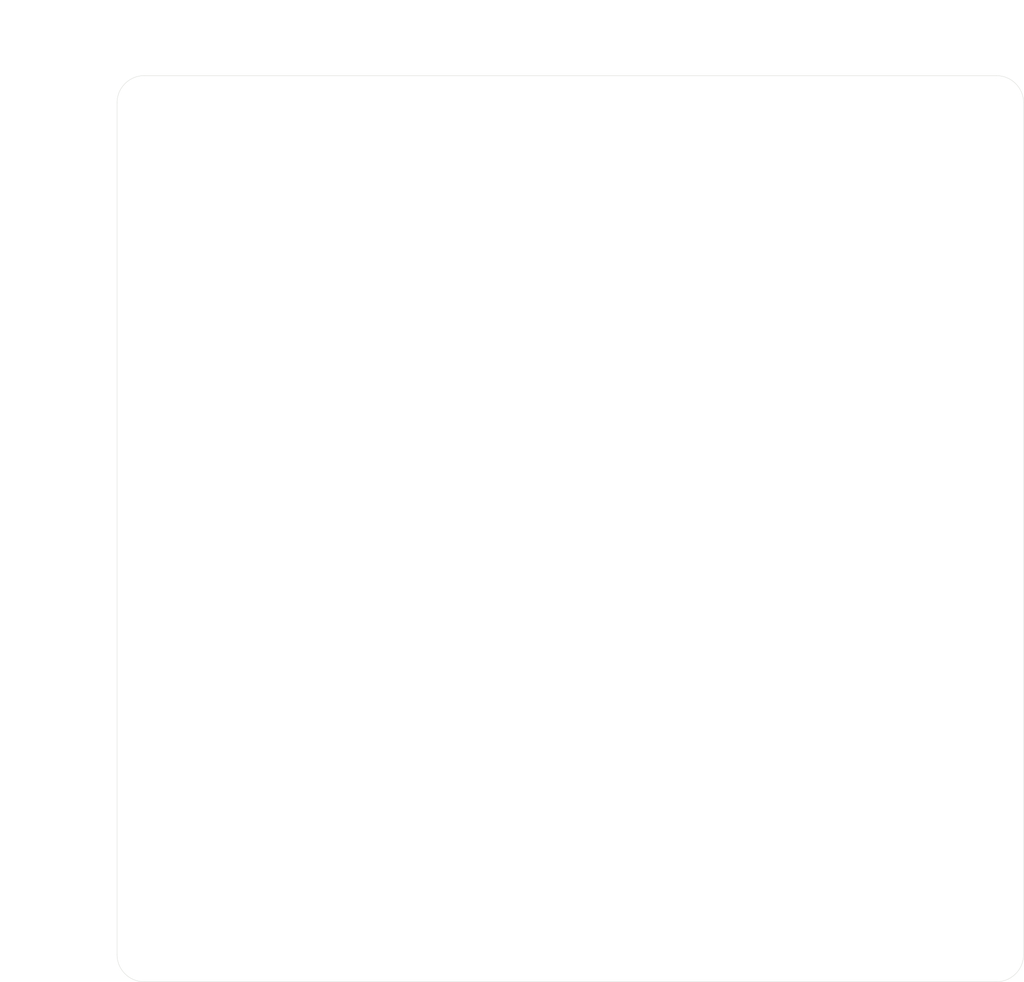
<source format=kicad_pcb>
(kicad_pcb (version 20221018) (generator pcbnew)

  (general
    (thickness 0.57)
  )

  (paper "USLetter")
  (title_block
    (rev "1")
  )

  (layers
    (0 "F.Cu" signal "Front")
    (31 "B.Cu" signal "Back")
    (34 "B.Paste" user)
    (35 "F.Paste" user)
    (36 "B.SilkS" user "B.Silkscreen")
    (37 "F.SilkS" user "F.Silkscreen")
    (38 "B.Mask" user)
    (39 "F.Mask" user)
    (44 "Edge.Cuts" user)
    (45 "Margin" user)
    (46 "B.CrtYd" user "B.Courtyard")
    (47 "F.CrtYd" user "F.Courtyard")
    (49 "F.Fab" user)
  )

  (setup
    (stackup
      (layer "F.SilkS" (type "Top Silk Screen") (color "White"))
      (layer "F.Paste" (type "Top Solder Paste"))
      (layer "F.Mask" (type "Top Solder Mask") (color "Green") (thickness 0.01))
      (layer "F.Cu" (type "copper") (thickness 0.035))
      (layer "dielectric 1" (type "core") (color "FR4 natural") (thickness 0.48) (material "FR4") (epsilon_r 4.5) (loss_tangent 0.02))
      (layer "B.Cu" (type "copper") (thickness 0.035))
      (layer "B.Mask" (type "Bottom Solder Mask") (color "Green") (thickness 0.01))
      (layer "B.Paste" (type "Bottom Solder Paste"))
      (layer "B.SilkS" (type "Bottom Silk Screen") (color "White"))
      (copper_finish "HAL lead-free")
      (dielectric_constraints no)
    )
    (pad_to_mask_clearance 0)
    (solder_mask_min_width 0.12)
    (grid_origin 88.9 50.8)
    (pcbplotparams
      (layerselection 0x00010fc_ffffffff)
      (plot_on_all_layers_selection 0x0000000_00000000)
      (disableapertmacros false)
      (usegerberextensions false)
      (usegerberattributes false)
      (usegerberadvancedattributes false)
      (creategerberjobfile false)
      (dashed_line_dash_ratio 12.000000)
      (dashed_line_gap_ratio 3.000000)
      (svgprecision 6)
      (plotframeref false)
      (viasonmask false)
      (mode 1)
      (useauxorigin false)
      (hpglpennumber 1)
      (hpglpenspeed 20)
      (hpglpendiameter 15.000000)
      (dxfpolygonmode true)
      (dxfimperialunits true)
      (dxfusepcbnewfont true)
      (psnegative false)
      (psa4output false)
      (plotreference true)
      (plotvalue false)
      (plotinvisibletext false)
      (sketchpadsonfab false)
      (subtractmaskfromsilk true)
      (outputformat 1)
      (mirror false)
      (drillshape 0)
      (scaleselection 1)
      (outputdirectory "./gerbers")
    )
  )

  (net 0 "")

  (gr_line (start 88.9 147.8) (end 88.9 53.8)
    (stroke (width 0.0381) (type solid)) (layer "Edge.Cuts") (tstamp 3ae92a79-e496-4197-adbd-96b79385c286))
  (gr_line (start 91.9 50.8) (end 185.9 50.8)
    (stroke (width 0.0381) (type solid)) (layer "Edge.Cuts") (tstamp 4ce70b90-c15a-430b-a6b4-ab0ce4afb9b6))
  (gr_line (start 188.9 53.8) (end 188.9 147.8)
    (stroke (width 0.0381) (type solid)) (layer "Edge.Cuts") (tstamp 4fe533ba-deca-489d-b085-8d6a5afaebec))
  (gr_arc (start 91.9 150.8) (mid 89.77868 149.92132) (end 88.9 147.8)
    (stroke (width 0.0381) (type solid)) (layer "Edge.Cuts") (tstamp 50d99519-bd92-4e17-aeb5-cad1a85ca8c6))
  (gr_arc (start 185.9 50.8) (mid 188.02132 51.67868) (end 188.9 53.8)
    (stroke (width 0.0381) (type solid)) (layer "Edge.Cuts") (tstamp 5c3f1218-6804-4188-b422-d35326b48023))
  (gr_arc (start 88.9 53.8) (mid 89.77868 51.67868) (end 91.9 50.8)
    (stroke (width 0.0381) (type solid)) (layer "Edge.Cuts") (tstamp 7dd0733b-aee3-40b9-9576-52a5d3624f91))
  (gr_line (start 185.9 150.8) (end 91.9 150.8)
    (stroke (width 0.0381) (type solid)) (layer "Edge.Cuts") (tstamp 87d47c87-12db-4a06-b48c-f7860c14d07b))
  (gr_arc (start 188.9 147.8) (mid 188.02132 149.92132) (end 185.9 150.8)
    (stroke (width 0.0381) (type solid)) (layer "Edge.Cuts") (tstamp be975860-7886-4080-ba9a-3911765a2eb6))
  (gr_line (start 138.9 50.8) (end 138.9 150.8)
    (stroke (width 0.1) (type solid)) (layer "F.Fab") (tstamp 057c3edb-edc7-4304-9509-8251c476d034))
  (gr_line (start 88.9 100.8) (end 188.9 100.8)
    (stroke (width 0.1) (type solid)) (layer "F.Fab") (tstamp c28bf560-2ed0-45ad-a682-8cff1aa1075b))
  (dimension (type aligned) (layer "F.Fab") (tstamp 551f3b12-23ec-4613-8b6f-6252a0261baa)
    (pts (xy 88.9 50.8) (xy 88.9 100.8))
    (height 3.174999)
    (gr_text "50.0000 mm" (at 84.575001 75.8 90) (layer "F.Fab") (tstamp 551f3b12-23ec-4613-8b6f-6252a0261baa)
      (effects (font (size 1 1) (thickness 0.15)))
    )
    (format (prefix "") (suffix "") (units 3) (units_format 1) (precision 4))
    (style (thickness 0.1) (arrow_length 1.27) (text_position_mode 0) (extension_height 0.58642) (extension_offset 0.5) keep_text_aligned)
  )
  (dimension (type aligned) (layer "F.Fab") (tstamp 700e4b76-4fc1-439f-9624-f4d0ead75298)
    (pts (xy 88.9 50.8) (xy 88.9 150.8))
    (height 6.35)
    (gr_text "100.0000 mm" (at 81.4 100.8 90) (layer "F.Fab") (tstamp 700e4b76-4fc1-439f-9624-f4d0ead75298)
      (effects (font (size 1 1) (thickness 0.15)))
    )
    (format (prefix "") (suffix "") (units 3) (units_format 1) (precision 4))
    (style (thickness 0.1) (arrow_length 1.27) (text_position_mode 0) (extension_height 0.58642) (extension_offset 0.5) keep_text_aligned)
  )
  (dimension (type aligned) (layer "F.Fab") (tstamp b89ae166-d9bd-4ea4-a195-0ee0231a0dc7)
    (pts (xy 88.9 50.8) (xy 138.9 50.8))
    (height -3.175)
    (gr_text "50.0000 mm" (at 113.9 46.475) (layer "F.Fab") (tstamp b89ae166-d9bd-4ea4-a195-0ee0231a0dc7)
      (effects (font (size 1 1) (thickness 0.15)))
    )
    (format (prefix "") (suffix "") (units 3) (units_format 1) (precision 4))
    (style (thickness 0.1) (arrow_length 1.27) (text_position_mode 0) (extension_height 0.58642) (extension_offset 0.5) keep_text_aligned)
  )
  (dimension (type aligned) (layer "F.Fab") (tstamp ef389b85-8464-4f62-be84-6d2817801b6e)
    (pts (xy 88.9 50.8) (xy 188.9 50.8))
    (height -6.35)
    (gr_text "100.0000 mm" (at 138.9 43.3) (layer "F.Fab") (tstamp ef389b85-8464-4f62-be84-6d2817801b6e)
      (effects (font (size 1 1) (thickness 0.15)))
    )
    (format (prefix "") (suffix "") (units 2) (units_format 1) (precision 4))
    (style (thickness 0.1) (arrow_length 1.27) (text_position_mode 0) (extension_height 0.58642) (extension_offset 0.5) keep_text_aligned)
  )

  (zone (net 0) (net_name "") (layers "F&B.Cu") (tstamp 31578ec1-0e75-40b1-9ff4-b6ba238c06a0) (name "GND") (hatch edge 0.508)
    (connect_pads (clearance 0.508))
    (min_thickness 0.254) (filled_areas_thickness no)
    (fill (thermal_gap 0.508) (thermal_bridge_width 0.508))
    (polygon
      (pts
        (xy 188.9 150.8)
        (xy 88.9 150.8)
        (xy 88.9 50.8)
        (xy 188.9 50.8)
      )
    )
  )
)

</source>
